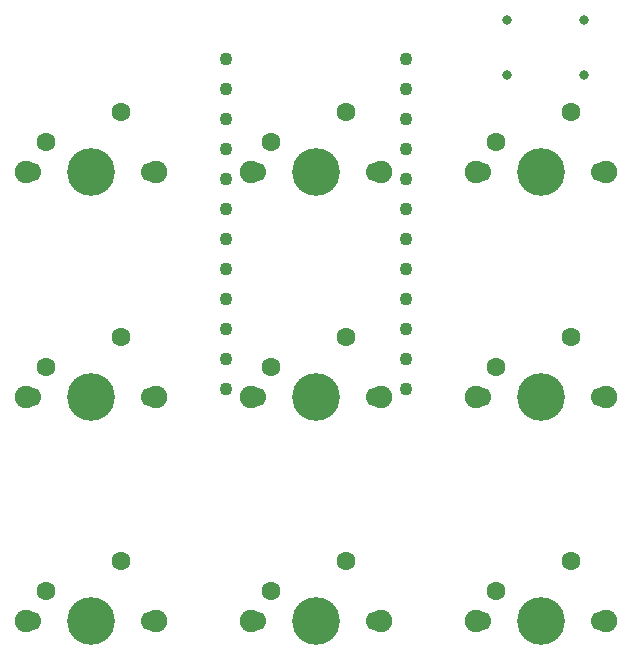
<source format=gbr>
%TF.GenerationSoftware,Altium Limited,Altium Designer,20.1.12 (249)*%
G04 Layer_Color=0*
%FSLAX26Y26*%
%MOIN*%
%TF.SameCoordinates,63403D4D-F3CE-4837-A966-4B93B91F9A20*%
%TF.FilePolarity,Positive*%
%TF.FileFunction,Plated,1,2,PTH,Drill*%
%TF.Part,Single*%
G01*
G75*
%TA.AperFunction,ComponentDrill*%
%ADD29C,0.042992*%
%ADD30C,0.062992*%
%ADD31C,0.066929*%
%ADD32C,0.074803*%
%ADD33C,0.159449*%
%ADD34C,0.031496*%
D29*
X789764Y1514173D02*
D03*
Y2214173D02*
D03*
Y2114173D02*
D03*
Y1914173D02*
D03*
Y1714173D02*
D03*
Y1814173D02*
D03*
Y1314173D02*
D03*
Y1414173D02*
D03*
Y1114173D02*
D03*
Y2014173D02*
D03*
Y1614173D02*
D03*
Y1214173D02*
D03*
X1389764Y1514173D02*
D03*
Y2214173D02*
D03*
Y1914173D02*
D03*
Y2114173D02*
D03*
Y1714173D02*
D03*
Y1814173D02*
D03*
Y1314173D02*
D03*
Y1414173D02*
D03*
Y1114173D02*
D03*
Y1614173D02*
D03*
Y1214173D02*
D03*
Y2014173D02*
D03*
D30*
X190114Y439646D02*
D03*
X440114Y539646D02*
D03*
X1688776Y1187835D02*
D03*
X1938776Y1287835D02*
D03*
X1938539Y2038071D02*
D03*
X1688539Y1938071D02*
D03*
Y439646D02*
D03*
X1938539Y539646D02*
D03*
X190114Y1188858D02*
D03*
X440114Y1288858D02*
D03*
Y2038071D02*
D03*
X190114Y1938071D02*
D03*
X1189327Y539646D02*
D03*
X939327Y439646D02*
D03*
X1189563Y1287835D02*
D03*
X939563Y1187835D02*
D03*
X939327Y1938071D02*
D03*
X1189327Y2038071D02*
D03*
D31*
X140114Y339646D02*
D03*
X540114D02*
D03*
X1638776Y1087835D02*
D03*
X2038776D02*
D03*
X2038539Y1838071D02*
D03*
X1638539D02*
D03*
Y339646D02*
D03*
X2038539D02*
D03*
X140114Y1088858D02*
D03*
X540114D02*
D03*
Y1838071D02*
D03*
X140114D02*
D03*
X1289327Y339646D02*
D03*
X889327D02*
D03*
X1289563Y1087835D02*
D03*
X889563D02*
D03*
X889327Y1838071D02*
D03*
X1289327D02*
D03*
D32*
X123579Y339646D02*
D03*
X556650D02*
D03*
X1622240Y1087835D02*
D03*
X2055311D02*
D03*
X2055075Y1838071D02*
D03*
X1622004D02*
D03*
Y339646D02*
D03*
X2055075D02*
D03*
X123579Y1088858D02*
D03*
X556650D02*
D03*
Y1838071D02*
D03*
X123579D02*
D03*
X1305862Y339646D02*
D03*
X872791D02*
D03*
X1306099Y1087835D02*
D03*
X873028D02*
D03*
X872791Y1838071D02*
D03*
X1305862D02*
D03*
D33*
X340114Y339646D02*
D03*
X1838776Y1087835D02*
D03*
X1838539Y1838071D02*
D03*
Y339646D02*
D03*
X340114Y1088858D02*
D03*
Y1838071D02*
D03*
X1089327Y339646D02*
D03*
X1089563Y1087835D02*
D03*
X1089327Y1838071D02*
D03*
D34*
X1724409Y2161417D02*
D03*
Y2342520D02*
D03*
X1984252Y2161417D02*
D03*
Y2342520D02*
D03*
%TF.MD5,4480031eab616080b6305d261533a38b*%
M02*

</source>
